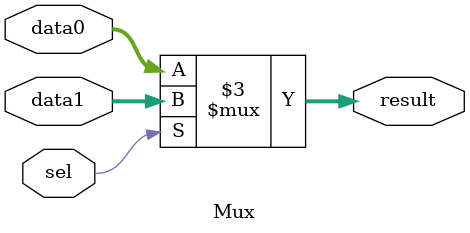
<source format=v>
module Mux (
    input wire sel,
    input wire [31:0] data0,
    input wire [31:0] data1,
    output reg [31:0] result
);

    always @(*) begin
    if (sel)
            result = data1;
    else 
            result = data0;
    end

endmodule
</source>
